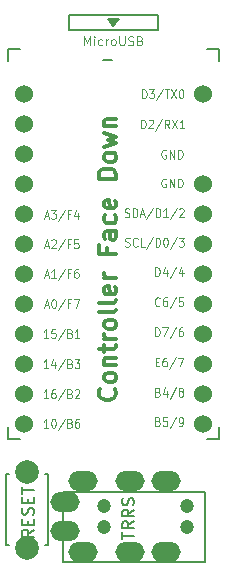
<source format=gto>
G04 #@! TF.GenerationSoftware,KiCad,Pcbnew,9.0.1*
G04 #@! TF.CreationDate,2025-05-14T21:28:53+02:00*
G04 #@! TF.ProjectId,ferris-sweep-compact,66657272-6973-42d7-9377-6565702d636f,0.1*
G04 #@! TF.SameCoordinates,Original*
G04 #@! TF.FileFunction,Legend,Top*
G04 #@! TF.FilePolarity,Positive*
%FSLAX46Y46*%
G04 Gerber Fmt 4.6, Leading zero omitted, Abs format (unit mm)*
G04 Created by KiCad (PCBNEW 9.0.1) date 2025-05-14 21:28:53*
%MOMM*%
%LPD*%
G01*
G04 APERTURE LIST*
%ADD10C,0.300000*%
%ADD11C,0.120000*%
%ADD12C,0.125000*%
%ADD13C,0.150000*%
%ADD14C,1.524000*%
%ADD15C,2.000000*%
%ADD16C,1.200000*%
%ADD17O,2.500000X1.700000*%
G04 APERTURE END LIST*
D10*
X134393471Y-67387999D02*
X134464900Y-67459427D01*
X134464900Y-67459427D02*
X134536328Y-67673713D01*
X134536328Y-67673713D02*
X134536328Y-67816570D01*
X134536328Y-67816570D02*
X134464900Y-68030856D01*
X134464900Y-68030856D02*
X134322042Y-68173713D01*
X134322042Y-68173713D02*
X134179185Y-68245142D01*
X134179185Y-68245142D02*
X133893471Y-68316570D01*
X133893471Y-68316570D02*
X133679185Y-68316570D01*
X133679185Y-68316570D02*
X133393471Y-68245142D01*
X133393471Y-68245142D02*
X133250614Y-68173713D01*
X133250614Y-68173713D02*
X133107757Y-68030856D01*
X133107757Y-68030856D02*
X133036328Y-67816570D01*
X133036328Y-67816570D02*
X133036328Y-67673713D01*
X133036328Y-67673713D02*
X133107757Y-67459427D01*
X133107757Y-67459427D02*
X133179185Y-67387999D01*
X134536328Y-66530856D02*
X134464900Y-66673713D01*
X134464900Y-66673713D02*
X134393471Y-66745142D01*
X134393471Y-66745142D02*
X134250614Y-66816570D01*
X134250614Y-66816570D02*
X133822042Y-66816570D01*
X133822042Y-66816570D02*
X133679185Y-66745142D01*
X133679185Y-66745142D02*
X133607757Y-66673713D01*
X133607757Y-66673713D02*
X133536328Y-66530856D01*
X133536328Y-66530856D02*
X133536328Y-66316570D01*
X133536328Y-66316570D02*
X133607757Y-66173713D01*
X133607757Y-66173713D02*
X133679185Y-66102285D01*
X133679185Y-66102285D02*
X133822042Y-66030856D01*
X133822042Y-66030856D02*
X134250614Y-66030856D01*
X134250614Y-66030856D02*
X134393471Y-66102285D01*
X134393471Y-66102285D02*
X134464900Y-66173713D01*
X134464900Y-66173713D02*
X134536328Y-66316570D01*
X134536328Y-66316570D02*
X134536328Y-66530856D01*
X133536328Y-65387999D02*
X134536328Y-65387999D01*
X133679185Y-65387999D02*
X133607757Y-65316570D01*
X133607757Y-65316570D02*
X133536328Y-65173713D01*
X133536328Y-65173713D02*
X133536328Y-64959427D01*
X133536328Y-64959427D02*
X133607757Y-64816570D01*
X133607757Y-64816570D02*
X133750614Y-64745142D01*
X133750614Y-64745142D02*
X134536328Y-64745142D01*
X133536328Y-64245141D02*
X133536328Y-63673713D01*
X133036328Y-64030856D02*
X134322042Y-64030856D01*
X134322042Y-64030856D02*
X134464900Y-63959427D01*
X134464900Y-63959427D02*
X134536328Y-63816570D01*
X134536328Y-63816570D02*
X134536328Y-63673713D01*
X134536328Y-63173713D02*
X133536328Y-63173713D01*
X133822042Y-63173713D02*
X133679185Y-63102284D01*
X133679185Y-63102284D02*
X133607757Y-63030856D01*
X133607757Y-63030856D02*
X133536328Y-62887998D01*
X133536328Y-62887998D02*
X133536328Y-62745141D01*
X134536328Y-62030856D02*
X134464900Y-62173713D01*
X134464900Y-62173713D02*
X134393471Y-62245142D01*
X134393471Y-62245142D02*
X134250614Y-62316570D01*
X134250614Y-62316570D02*
X133822042Y-62316570D01*
X133822042Y-62316570D02*
X133679185Y-62245142D01*
X133679185Y-62245142D02*
X133607757Y-62173713D01*
X133607757Y-62173713D02*
X133536328Y-62030856D01*
X133536328Y-62030856D02*
X133536328Y-61816570D01*
X133536328Y-61816570D02*
X133607757Y-61673713D01*
X133607757Y-61673713D02*
X133679185Y-61602285D01*
X133679185Y-61602285D02*
X133822042Y-61530856D01*
X133822042Y-61530856D02*
X134250614Y-61530856D01*
X134250614Y-61530856D02*
X134393471Y-61602285D01*
X134393471Y-61602285D02*
X134464900Y-61673713D01*
X134464900Y-61673713D02*
X134536328Y-61816570D01*
X134536328Y-61816570D02*
X134536328Y-62030856D01*
X134536328Y-60673713D02*
X134464900Y-60816570D01*
X134464900Y-60816570D02*
X134322042Y-60887999D01*
X134322042Y-60887999D02*
X133036328Y-60887999D01*
X134536328Y-59887999D02*
X134464900Y-60030856D01*
X134464900Y-60030856D02*
X134322042Y-60102285D01*
X134322042Y-60102285D02*
X133036328Y-60102285D01*
X134464900Y-58745142D02*
X134536328Y-58887999D01*
X134536328Y-58887999D02*
X134536328Y-59173714D01*
X134536328Y-59173714D02*
X134464900Y-59316571D01*
X134464900Y-59316571D02*
X134322042Y-59387999D01*
X134322042Y-59387999D02*
X133750614Y-59387999D01*
X133750614Y-59387999D02*
X133607757Y-59316571D01*
X133607757Y-59316571D02*
X133536328Y-59173714D01*
X133536328Y-59173714D02*
X133536328Y-58887999D01*
X133536328Y-58887999D02*
X133607757Y-58745142D01*
X133607757Y-58745142D02*
X133750614Y-58673714D01*
X133750614Y-58673714D02*
X133893471Y-58673714D01*
X133893471Y-58673714D02*
X134036328Y-59387999D01*
X134536328Y-58030857D02*
X133536328Y-58030857D01*
X133822042Y-58030857D02*
X133679185Y-57959428D01*
X133679185Y-57959428D02*
X133607757Y-57888000D01*
X133607757Y-57888000D02*
X133536328Y-57745142D01*
X133536328Y-57745142D02*
X133536328Y-57602285D01*
X133750614Y-55459429D02*
X133750614Y-55959429D01*
X134536328Y-55959429D02*
X133036328Y-55959429D01*
X133036328Y-55959429D02*
X133036328Y-55245143D01*
X134536328Y-54030858D02*
X133750614Y-54030858D01*
X133750614Y-54030858D02*
X133607757Y-54102286D01*
X133607757Y-54102286D02*
X133536328Y-54245143D01*
X133536328Y-54245143D02*
X133536328Y-54530858D01*
X133536328Y-54530858D02*
X133607757Y-54673715D01*
X134464900Y-54030858D02*
X134536328Y-54173715D01*
X134536328Y-54173715D02*
X134536328Y-54530858D01*
X134536328Y-54530858D02*
X134464900Y-54673715D01*
X134464900Y-54673715D02*
X134322042Y-54745143D01*
X134322042Y-54745143D02*
X134179185Y-54745143D01*
X134179185Y-54745143D02*
X134036328Y-54673715D01*
X134036328Y-54673715D02*
X133964900Y-54530858D01*
X133964900Y-54530858D02*
X133964900Y-54173715D01*
X133964900Y-54173715D02*
X133893471Y-54030858D01*
X134464900Y-52673715D02*
X134536328Y-52816572D01*
X134536328Y-52816572D02*
X134536328Y-53102286D01*
X134536328Y-53102286D02*
X134464900Y-53245143D01*
X134464900Y-53245143D02*
X134393471Y-53316572D01*
X134393471Y-53316572D02*
X134250614Y-53388000D01*
X134250614Y-53388000D02*
X133822042Y-53388000D01*
X133822042Y-53388000D02*
X133679185Y-53316572D01*
X133679185Y-53316572D02*
X133607757Y-53245143D01*
X133607757Y-53245143D02*
X133536328Y-53102286D01*
X133536328Y-53102286D02*
X133536328Y-52816572D01*
X133536328Y-52816572D02*
X133607757Y-52673715D01*
X134464900Y-51459429D02*
X134536328Y-51602286D01*
X134536328Y-51602286D02*
X134536328Y-51888001D01*
X134536328Y-51888001D02*
X134464900Y-52030858D01*
X134464900Y-52030858D02*
X134322042Y-52102286D01*
X134322042Y-52102286D02*
X133750614Y-52102286D01*
X133750614Y-52102286D02*
X133607757Y-52030858D01*
X133607757Y-52030858D02*
X133536328Y-51888001D01*
X133536328Y-51888001D02*
X133536328Y-51602286D01*
X133536328Y-51602286D02*
X133607757Y-51459429D01*
X133607757Y-51459429D02*
X133750614Y-51388001D01*
X133750614Y-51388001D02*
X133893471Y-51388001D01*
X133893471Y-51388001D02*
X134036328Y-52102286D01*
X134536328Y-49602287D02*
X133036328Y-49602287D01*
X133036328Y-49602287D02*
X133036328Y-49245144D01*
X133036328Y-49245144D02*
X133107757Y-49030858D01*
X133107757Y-49030858D02*
X133250614Y-48888001D01*
X133250614Y-48888001D02*
X133393471Y-48816572D01*
X133393471Y-48816572D02*
X133679185Y-48745144D01*
X133679185Y-48745144D02*
X133893471Y-48745144D01*
X133893471Y-48745144D02*
X134179185Y-48816572D01*
X134179185Y-48816572D02*
X134322042Y-48888001D01*
X134322042Y-48888001D02*
X134464900Y-49030858D01*
X134464900Y-49030858D02*
X134536328Y-49245144D01*
X134536328Y-49245144D02*
X134536328Y-49602287D01*
X134536328Y-47888001D02*
X134464900Y-48030858D01*
X134464900Y-48030858D02*
X134393471Y-48102287D01*
X134393471Y-48102287D02*
X134250614Y-48173715D01*
X134250614Y-48173715D02*
X133822042Y-48173715D01*
X133822042Y-48173715D02*
X133679185Y-48102287D01*
X133679185Y-48102287D02*
X133607757Y-48030858D01*
X133607757Y-48030858D02*
X133536328Y-47888001D01*
X133536328Y-47888001D02*
X133536328Y-47673715D01*
X133536328Y-47673715D02*
X133607757Y-47530858D01*
X133607757Y-47530858D02*
X133679185Y-47459430D01*
X133679185Y-47459430D02*
X133822042Y-47388001D01*
X133822042Y-47388001D02*
X134250614Y-47388001D01*
X134250614Y-47388001D02*
X134393471Y-47459430D01*
X134393471Y-47459430D02*
X134464900Y-47530858D01*
X134464900Y-47530858D02*
X134536328Y-47673715D01*
X134536328Y-47673715D02*
X134536328Y-47888001D01*
X133536328Y-46888001D02*
X134536328Y-46602287D01*
X134536328Y-46602287D02*
X133822042Y-46316572D01*
X133822042Y-46316572D02*
X134536328Y-46030858D01*
X134536328Y-46030858D02*
X133536328Y-45745144D01*
X133536328Y-45173715D02*
X134536328Y-45173715D01*
X133679185Y-45173715D02*
X133607757Y-45102286D01*
X133607757Y-45102286D02*
X133536328Y-44959429D01*
X133536328Y-44959429D02*
X133536328Y-44745143D01*
X133536328Y-44745143D02*
X133607757Y-44602286D01*
X133607757Y-44602286D02*
X133750614Y-44530858D01*
X133750614Y-44530858D02*
X134536328Y-44530858D01*
D11*
X131803571Y-38290724D02*
X131803571Y-37540724D01*
X131803571Y-37540724D02*
X132053571Y-38076438D01*
X132053571Y-38076438D02*
X132303571Y-37540724D01*
X132303571Y-37540724D02*
X132303571Y-38290724D01*
X132660714Y-38290724D02*
X132660714Y-37790724D01*
X132660714Y-37540724D02*
X132625000Y-37576438D01*
X132625000Y-37576438D02*
X132660714Y-37612152D01*
X132660714Y-37612152D02*
X132696428Y-37576438D01*
X132696428Y-37576438D02*
X132660714Y-37540724D01*
X132660714Y-37540724D02*
X132660714Y-37612152D01*
X133339286Y-38255010D02*
X133267857Y-38290724D01*
X133267857Y-38290724D02*
X133125000Y-38290724D01*
X133125000Y-38290724D02*
X133053571Y-38255010D01*
X133053571Y-38255010D02*
X133017857Y-38219295D01*
X133017857Y-38219295D02*
X132982143Y-38147867D01*
X132982143Y-38147867D02*
X132982143Y-37933581D01*
X132982143Y-37933581D02*
X133017857Y-37862152D01*
X133017857Y-37862152D02*
X133053571Y-37826438D01*
X133053571Y-37826438D02*
X133125000Y-37790724D01*
X133125000Y-37790724D02*
X133267857Y-37790724D01*
X133267857Y-37790724D02*
X133339286Y-37826438D01*
X133660714Y-38290724D02*
X133660714Y-37790724D01*
X133660714Y-37933581D02*
X133696428Y-37862152D01*
X133696428Y-37862152D02*
X133732143Y-37826438D01*
X133732143Y-37826438D02*
X133803571Y-37790724D01*
X133803571Y-37790724D02*
X133875000Y-37790724D01*
X134232143Y-38290724D02*
X134160714Y-38255010D01*
X134160714Y-38255010D02*
X134125000Y-38219295D01*
X134125000Y-38219295D02*
X134089286Y-38147867D01*
X134089286Y-38147867D02*
X134089286Y-37933581D01*
X134089286Y-37933581D02*
X134125000Y-37862152D01*
X134125000Y-37862152D02*
X134160714Y-37826438D01*
X134160714Y-37826438D02*
X134232143Y-37790724D01*
X134232143Y-37790724D02*
X134339286Y-37790724D01*
X134339286Y-37790724D02*
X134410714Y-37826438D01*
X134410714Y-37826438D02*
X134446429Y-37862152D01*
X134446429Y-37862152D02*
X134482143Y-37933581D01*
X134482143Y-37933581D02*
X134482143Y-38147867D01*
X134482143Y-38147867D02*
X134446429Y-38219295D01*
X134446429Y-38219295D02*
X134410714Y-38255010D01*
X134410714Y-38255010D02*
X134339286Y-38290724D01*
X134339286Y-38290724D02*
X134232143Y-38290724D01*
X134803571Y-37540724D02*
X134803571Y-38147867D01*
X134803571Y-38147867D02*
X134839285Y-38219295D01*
X134839285Y-38219295D02*
X134875000Y-38255010D01*
X134875000Y-38255010D02*
X134946428Y-38290724D01*
X134946428Y-38290724D02*
X135089285Y-38290724D01*
X135089285Y-38290724D02*
X135160714Y-38255010D01*
X135160714Y-38255010D02*
X135196428Y-38219295D01*
X135196428Y-38219295D02*
X135232142Y-38147867D01*
X135232142Y-38147867D02*
X135232142Y-37540724D01*
X135553571Y-38255010D02*
X135660714Y-38290724D01*
X135660714Y-38290724D02*
X135839285Y-38290724D01*
X135839285Y-38290724D02*
X135910714Y-38255010D01*
X135910714Y-38255010D02*
X135946428Y-38219295D01*
X135946428Y-38219295D02*
X135982142Y-38147867D01*
X135982142Y-38147867D02*
X135982142Y-38076438D01*
X135982142Y-38076438D02*
X135946428Y-38005010D01*
X135946428Y-38005010D02*
X135910714Y-37969295D01*
X135910714Y-37969295D02*
X135839285Y-37933581D01*
X135839285Y-37933581D02*
X135696428Y-37897867D01*
X135696428Y-37897867D02*
X135624999Y-37862152D01*
X135624999Y-37862152D02*
X135589285Y-37826438D01*
X135589285Y-37826438D02*
X135553571Y-37755010D01*
X135553571Y-37755010D02*
X135553571Y-37683581D01*
X135553571Y-37683581D02*
X135589285Y-37612152D01*
X135589285Y-37612152D02*
X135624999Y-37576438D01*
X135624999Y-37576438D02*
X135696428Y-37540724D01*
X135696428Y-37540724D02*
X135874999Y-37540724D01*
X135874999Y-37540724D02*
X135982142Y-37576438D01*
X136553571Y-37897867D02*
X136660714Y-37933581D01*
X136660714Y-37933581D02*
X136696428Y-37969295D01*
X136696428Y-37969295D02*
X136732142Y-38040724D01*
X136732142Y-38040724D02*
X136732142Y-38147867D01*
X136732142Y-38147867D02*
X136696428Y-38219295D01*
X136696428Y-38219295D02*
X136660714Y-38255010D01*
X136660714Y-38255010D02*
X136589285Y-38290724D01*
X136589285Y-38290724D02*
X136303571Y-38290724D01*
X136303571Y-38290724D02*
X136303571Y-37540724D01*
X136303571Y-37540724D02*
X136553571Y-37540724D01*
X136553571Y-37540724D02*
X136625000Y-37576438D01*
X136625000Y-37576438D02*
X136660714Y-37612152D01*
X136660714Y-37612152D02*
X136696428Y-37683581D01*
X136696428Y-37683581D02*
X136696428Y-37755010D01*
X136696428Y-37755010D02*
X136660714Y-37826438D01*
X136660714Y-37826438D02*
X136625000Y-37862152D01*
X136625000Y-37862152D02*
X136553571Y-37897867D01*
X136553571Y-37897867D02*
X136303571Y-37897867D01*
D12*
X138063810Y-67647607D02*
X138159524Y-67683321D01*
X138159524Y-67683321D02*
X138191429Y-67719035D01*
X138191429Y-67719035D02*
X138223333Y-67790464D01*
X138223333Y-67790464D02*
X138223333Y-67897607D01*
X138223333Y-67897607D02*
X138191429Y-67969035D01*
X138191429Y-67969035D02*
X138159524Y-68004750D01*
X138159524Y-68004750D02*
X138095714Y-68040464D01*
X138095714Y-68040464D02*
X137840476Y-68040464D01*
X137840476Y-68040464D02*
X137840476Y-67290464D01*
X137840476Y-67290464D02*
X138063810Y-67290464D01*
X138063810Y-67290464D02*
X138127619Y-67326178D01*
X138127619Y-67326178D02*
X138159524Y-67361892D01*
X138159524Y-67361892D02*
X138191429Y-67433321D01*
X138191429Y-67433321D02*
X138191429Y-67504750D01*
X138191429Y-67504750D02*
X138159524Y-67576178D01*
X138159524Y-67576178D02*
X138127619Y-67611892D01*
X138127619Y-67611892D02*
X138063810Y-67647607D01*
X138063810Y-67647607D02*
X137840476Y-67647607D01*
X138797619Y-67540464D02*
X138797619Y-68040464D01*
X138638095Y-67254750D02*
X138478572Y-67790464D01*
X138478572Y-67790464D02*
X138893333Y-67790464D01*
X139627143Y-67254750D02*
X139052857Y-68219035D01*
X139946191Y-67611892D02*
X139882381Y-67576178D01*
X139882381Y-67576178D02*
X139850476Y-67540464D01*
X139850476Y-67540464D02*
X139818572Y-67469035D01*
X139818572Y-67469035D02*
X139818572Y-67433321D01*
X139818572Y-67433321D02*
X139850476Y-67361892D01*
X139850476Y-67361892D02*
X139882381Y-67326178D01*
X139882381Y-67326178D02*
X139946191Y-67290464D01*
X139946191Y-67290464D02*
X140073810Y-67290464D01*
X140073810Y-67290464D02*
X140137619Y-67326178D01*
X140137619Y-67326178D02*
X140169524Y-67361892D01*
X140169524Y-67361892D02*
X140201429Y-67433321D01*
X140201429Y-67433321D02*
X140201429Y-67469035D01*
X140201429Y-67469035D02*
X140169524Y-67540464D01*
X140169524Y-67540464D02*
X140137619Y-67576178D01*
X140137619Y-67576178D02*
X140073810Y-67611892D01*
X140073810Y-67611892D02*
X139946191Y-67611892D01*
X139946191Y-67611892D02*
X139882381Y-67647607D01*
X139882381Y-67647607D02*
X139850476Y-67683321D01*
X139850476Y-67683321D02*
X139818572Y-67754750D01*
X139818572Y-67754750D02*
X139818572Y-67897607D01*
X139818572Y-67897607D02*
X139850476Y-67969035D01*
X139850476Y-67969035D02*
X139882381Y-68004750D01*
X139882381Y-68004750D02*
X139946191Y-68040464D01*
X139946191Y-68040464D02*
X140073810Y-68040464D01*
X140073810Y-68040464D02*
X140137619Y-68004750D01*
X140137619Y-68004750D02*
X140169524Y-67969035D01*
X140169524Y-67969035D02*
X140201429Y-67897607D01*
X140201429Y-67897607D02*
X140201429Y-67754750D01*
X140201429Y-67754750D02*
X140169524Y-67683321D01*
X140169524Y-67683321D02*
X140137619Y-67647607D01*
X140137619Y-67647607D02*
X140073810Y-67611892D01*
X136636428Y-45340464D02*
X136636428Y-44590464D01*
X136636428Y-44590464D02*
X136795952Y-44590464D01*
X136795952Y-44590464D02*
X136891666Y-44626178D01*
X136891666Y-44626178D02*
X136955476Y-44697607D01*
X136955476Y-44697607D02*
X136987381Y-44769035D01*
X136987381Y-44769035D02*
X137019285Y-44911892D01*
X137019285Y-44911892D02*
X137019285Y-45019035D01*
X137019285Y-45019035D02*
X136987381Y-45161892D01*
X136987381Y-45161892D02*
X136955476Y-45233321D01*
X136955476Y-45233321D02*
X136891666Y-45304750D01*
X136891666Y-45304750D02*
X136795952Y-45340464D01*
X136795952Y-45340464D02*
X136636428Y-45340464D01*
X137274524Y-44661892D02*
X137306428Y-44626178D01*
X137306428Y-44626178D02*
X137370238Y-44590464D01*
X137370238Y-44590464D02*
X137529762Y-44590464D01*
X137529762Y-44590464D02*
X137593571Y-44626178D01*
X137593571Y-44626178D02*
X137625476Y-44661892D01*
X137625476Y-44661892D02*
X137657381Y-44733321D01*
X137657381Y-44733321D02*
X137657381Y-44804750D01*
X137657381Y-44804750D02*
X137625476Y-44911892D01*
X137625476Y-44911892D02*
X137242619Y-45340464D01*
X137242619Y-45340464D02*
X137657381Y-45340464D01*
X138423095Y-44554750D02*
X137848809Y-45519035D01*
X139029285Y-45340464D02*
X138805952Y-44983321D01*
X138646428Y-45340464D02*
X138646428Y-44590464D01*
X138646428Y-44590464D02*
X138901666Y-44590464D01*
X138901666Y-44590464D02*
X138965476Y-44626178D01*
X138965476Y-44626178D02*
X138997381Y-44661892D01*
X138997381Y-44661892D02*
X139029285Y-44733321D01*
X139029285Y-44733321D02*
X139029285Y-44840464D01*
X139029285Y-44840464D02*
X138997381Y-44911892D01*
X138997381Y-44911892D02*
X138965476Y-44947607D01*
X138965476Y-44947607D02*
X138901666Y-44983321D01*
X138901666Y-44983321D02*
X138646428Y-44983321D01*
X139252619Y-44590464D02*
X139699285Y-45340464D01*
X139699285Y-44590464D02*
X139252619Y-45340464D01*
X140305476Y-45340464D02*
X139922619Y-45340464D01*
X140114047Y-45340464D02*
X140114047Y-44590464D01*
X140114047Y-44590464D02*
X140050238Y-44697607D01*
X140050238Y-44697607D02*
X139986428Y-44769035D01*
X139986428Y-44769035D02*
X139922619Y-44804750D01*
X138063810Y-70147607D02*
X138159524Y-70183321D01*
X138159524Y-70183321D02*
X138191429Y-70219035D01*
X138191429Y-70219035D02*
X138223333Y-70290464D01*
X138223333Y-70290464D02*
X138223333Y-70397607D01*
X138223333Y-70397607D02*
X138191429Y-70469035D01*
X138191429Y-70469035D02*
X138159524Y-70504750D01*
X138159524Y-70504750D02*
X138095714Y-70540464D01*
X138095714Y-70540464D02*
X137840476Y-70540464D01*
X137840476Y-70540464D02*
X137840476Y-69790464D01*
X137840476Y-69790464D02*
X138063810Y-69790464D01*
X138063810Y-69790464D02*
X138127619Y-69826178D01*
X138127619Y-69826178D02*
X138159524Y-69861892D01*
X138159524Y-69861892D02*
X138191429Y-69933321D01*
X138191429Y-69933321D02*
X138191429Y-70004750D01*
X138191429Y-70004750D02*
X138159524Y-70076178D01*
X138159524Y-70076178D02*
X138127619Y-70111892D01*
X138127619Y-70111892D02*
X138063810Y-70147607D01*
X138063810Y-70147607D02*
X137840476Y-70147607D01*
X138829524Y-69790464D02*
X138510476Y-69790464D01*
X138510476Y-69790464D02*
X138478572Y-70147607D01*
X138478572Y-70147607D02*
X138510476Y-70111892D01*
X138510476Y-70111892D02*
X138574286Y-70076178D01*
X138574286Y-70076178D02*
X138733810Y-70076178D01*
X138733810Y-70076178D02*
X138797619Y-70111892D01*
X138797619Y-70111892D02*
X138829524Y-70147607D01*
X138829524Y-70147607D02*
X138861429Y-70219035D01*
X138861429Y-70219035D02*
X138861429Y-70397607D01*
X138861429Y-70397607D02*
X138829524Y-70469035D01*
X138829524Y-70469035D02*
X138797619Y-70504750D01*
X138797619Y-70504750D02*
X138733810Y-70540464D01*
X138733810Y-70540464D02*
X138574286Y-70540464D01*
X138574286Y-70540464D02*
X138510476Y-70504750D01*
X138510476Y-70504750D02*
X138478572Y-70469035D01*
X139627143Y-69754750D02*
X139052857Y-70719035D01*
X139882381Y-70540464D02*
X140010000Y-70540464D01*
X140010000Y-70540464D02*
X140073810Y-70504750D01*
X140073810Y-70504750D02*
X140105714Y-70469035D01*
X140105714Y-70469035D02*
X140169524Y-70361892D01*
X140169524Y-70361892D02*
X140201429Y-70219035D01*
X140201429Y-70219035D02*
X140201429Y-69933321D01*
X140201429Y-69933321D02*
X140169524Y-69861892D01*
X140169524Y-69861892D02*
X140137619Y-69826178D01*
X140137619Y-69826178D02*
X140073810Y-69790464D01*
X140073810Y-69790464D02*
X139946191Y-69790464D01*
X139946191Y-69790464D02*
X139882381Y-69826178D01*
X139882381Y-69826178D02*
X139850476Y-69861892D01*
X139850476Y-69861892D02*
X139818572Y-69933321D01*
X139818572Y-69933321D02*
X139818572Y-70111892D01*
X139818572Y-70111892D02*
X139850476Y-70183321D01*
X139850476Y-70183321D02*
X139882381Y-70219035D01*
X139882381Y-70219035D02*
X139946191Y-70254750D01*
X139946191Y-70254750D02*
X140073810Y-70254750D01*
X140073810Y-70254750D02*
X140137619Y-70219035D01*
X140137619Y-70219035D02*
X140169524Y-70183321D01*
X140169524Y-70183321D02*
X140201429Y-70111892D01*
X138223333Y-60319035D02*
X138191429Y-60354750D01*
X138191429Y-60354750D02*
X138095714Y-60390464D01*
X138095714Y-60390464D02*
X138031905Y-60390464D01*
X138031905Y-60390464D02*
X137936191Y-60354750D01*
X137936191Y-60354750D02*
X137872381Y-60283321D01*
X137872381Y-60283321D02*
X137840476Y-60211892D01*
X137840476Y-60211892D02*
X137808572Y-60069035D01*
X137808572Y-60069035D02*
X137808572Y-59961892D01*
X137808572Y-59961892D02*
X137840476Y-59819035D01*
X137840476Y-59819035D02*
X137872381Y-59747607D01*
X137872381Y-59747607D02*
X137936191Y-59676178D01*
X137936191Y-59676178D02*
X138031905Y-59640464D01*
X138031905Y-59640464D02*
X138095714Y-59640464D01*
X138095714Y-59640464D02*
X138191429Y-59676178D01*
X138191429Y-59676178D02*
X138223333Y-59711892D01*
X138797619Y-59640464D02*
X138670000Y-59640464D01*
X138670000Y-59640464D02*
X138606191Y-59676178D01*
X138606191Y-59676178D02*
X138574286Y-59711892D01*
X138574286Y-59711892D02*
X138510476Y-59819035D01*
X138510476Y-59819035D02*
X138478572Y-59961892D01*
X138478572Y-59961892D02*
X138478572Y-60247607D01*
X138478572Y-60247607D02*
X138510476Y-60319035D01*
X138510476Y-60319035D02*
X138542381Y-60354750D01*
X138542381Y-60354750D02*
X138606191Y-60390464D01*
X138606191Y-60390464D02*
X138733810Y-60390464D01*
X138733810Y-60390464D02*
X138797619Y-60354750D01*
X138797619Y-60354750D02*
X138829524Y-60319035D01*
X138829524Y-60319035D02*
X138861429Y-60247607D01*
X138861429Y-60247607D02*
X138861429Y-60069035D01*
X138861429Y-60069035D02*
X138829524Y-59997607D01*
X138829524Y-59997607D02*
X138797619Y-59961892D01*
X138797619Y-59961892D02*
X138733810Y-59926178D01*
X138733810Y-59926178D02*
X138606191Y-59926178D01*
X138606191Y-59926178D02*
X138542381Y-59961892D01*
X138542381Y-59961892D02*
X138510476Y-59997607D01*
X138510476Y-59997607D02*
X138478572Y-60069035D01*
X139627143Y-59604750D02*
X139052857Y-60569035D01*
X140169524Y-59640464D02*
X139850476Y-59640464D01*
X139850476Y-59640464D02*
X139818572Y-59997607D01*
X139818572Y-59997607D02*
X139850476Y-59961892D01*
X139850476Y-59961892D02*
X139914286Y-59926178D01*
X139914286Y-59926178D02*
X140073810Y-59926178D01*
X140073810Y-59926178D02*
X140137619Y-59961892D01*
X140137619Y-59961892D02*
X140169524Y-59997607D01*
X140169524Y-59997607D02*
X140201429Y-60069035D01*
X140201429Y-60069035D02*
X140201429Y-60247607D01*
X140201429Y-60247607D02*
X140169524Y-60319035D01*
X140169524Y-60319035D02*
X140137619Y-60354750D01*
X140137619Y-60354750D02*
X140073810Y-60390464D01*
X140073810Y-60390464D02*
X139914286Y-60390464D01*
X139914286Y-60390464D02*
X139850476Y-60354750D01*
X139850476Y-60354750D02*
X139818572Y-60319035D01*
X135282381Y-55304750D02*
X135378095Y-55340464D01*
X135378095Y-55340464D02*
X135537619Y-55340464D01*
X135537619Y-55340464D02*
X135601428Y-55304750D01*
X135601428Y-55304750D02*
X135633333Y-55269035D01*
X135633333Y-55269035D02*
X135665238Y-55197607D01*
X135665238Y-55197607D02*
X135665238Y-55126178D01*
X135665238Y-55126178D02*
X135633333Y-55054750D01*
X135633333Y-55054750D02*
X135601428Y-55019035D01*
X135601428Y-55019035D02*
X135537619Y-54983321D01*
X135537619Y-54983321D02*
X135410000Y-54947607D01*
X135410000Y-54947607D02*
X135346190Y-54911892D01*
X135346190Y-54911892D02*
X135314285Y-54876178D01*
X135314285Y-54876178D02*
X135282381Y-54804750D01*
X135282381Y-54804750D02*
X135282381Y-54733321D01*
X135282381Y-54733321D02*
X135314285Y-54661892D01*
X135314285Y-54661892D02*
X135346190Y-54626178D01*
X135346190Y-54626178D02*
X135410000Y-54590464D01*
X135410000Y-54590464D02*
X135569523Y-54590464D01*
X135569523Y-54590464D02*
X135665238Y-54626178D01*
X136335237Y-55269035D02*
X136303333Y-55304750D01*
X136303333Y-55304750D02*
X136207618Y-55340464D01*
X136207618Y-55340464D02*
X136143809Y-55340464D01*
X136143809Y-55340464D02*
X136048095Y-55304750D01*
X136048095Y-55304750D02*
X135984285Y-55233321D01*
X135984285Y-55233321D02*
X135952380Y-55161892D01*
X135952380Y-55161892D02*
X135920476Y-55019035D01*
X135920476Y-55019035D02*
X135920476Y-54911892D01*
X135920476Y-54911892D02*
X135952380Y-54769035D01*
X135952380Y-54769035D02*
X135984285Y-54697607D01*
X135984285Y-54697607D02*
X136048095Y-54626178D01*
X136048095Y-54626178D02*
X136143809Y-54590464D01*
X136143809Y-54590464D02*
X136207618Y-54590464D01*
X136207618Y-54590464D02*
X136303333Y-54626178D01*
X136303333Y-54626178D02*
X136335237Y-54661892D01*
X136941428Y-55340464D02*
X136622380Y-55340464D01*
X136622380Y-55340464D02*
X136622380Y-54590464D01*
X137643333Y-54554750D02*
X137069047Y-55519035D01*
X137866666Y-55340464D02*
X137866666Y-54590464D01*
X137866666Y-54590464D02*
X138026190Y-54590464D01*
X138026190Y-54590464D02*
X138121904Y-54626178D01*
X138121904Y-54626178D02*
X138185714Y-54697607D01*
X138185714Y-54697607D02*
X138217619Y-54769035D01*
X138217619Y-54769035D02*
X138249523Y-54911892D01*
X138249523Y-54911892D02*
X138249523Y-55019035D01*
X138249523Y-55019035D02*
X138217619Y-55161892D01*
X138217619Y-55161892D02*
X138185714Y-55233321D01*
X138185714Y-55233321D02*
X138121904Y-55304750D01*
X138121904Y-55304750D02*
X138026190Y-55340464D01*
X138026190Y-55340464D02*
X137866666Y-55340464D01*
X138664285Y-54590464D02*
X138728095Y-54590464D01*
X138728095Y-54590464D02*
X138791904Y-54626178D01*
X138791904Y-54626178D02*
X138823809Y-54661892D01*
X138823809Y-54661892D02*
X138855714Y-54733321D01*
X138855714Y-54733321D02*
X138887619Y-54876178D01*
X138887619Y-54876178D02*
X138887619Y-55054750D01*
X138887619Y-55054750D02*
X138855714Y-55197607D01*
X138855714Y-55197607D02*
X138823809Y-55269035D01*
X138823809Y-55269035D02*
X138791904Y-55304750D01*
X138791904Y-55304750D02*
X138728095Y-55340464D01*
X138728095Y-55340464D02*
X138664285Y-55340464D01*
X138664285Y-55340464D02*
X138600476Y-55304750D01*
X138600476Y-55304750D02*
X138568571Y-55269035D01*
X138568571Y-55269035D02*
X138536666Y-55197607D01*
X138536666Y-55197607D02*
X138504762Y-55054750D01*
X138504762Y-55054750D02*
X138504762Y-54876178D01*
X138504762Y-54876178D02*
X138536666Y-54733321D01*
X138536666Y-54733321D02*
X138568571Y-54661892D01*
X138568571Y-54661892D02*
X138600476Y-54626178D01*
X138600476Y-54626178D02*
X138664285Y-54590464D01*
X139653333Y-54554750D02*
X139079047Y-55519035D01*
X139812857Y-54590464D02*
X140227619Y-54590464D01*
X140227619Y-54590464D02*
X140004285Y-54876178D01*
X140004285Y-54876178D02*
X140100000Y-54876178D01*
X140100000Y-54876178D02*
X140163809Y-54911892D01*
X140163809Y-54911892D02*
X140195714Y-54947607D01*
X140195714Y-54947607D02*
X140227619Y-55019035D01*
X140227619Y-55019035D02*
X140227619Y-55197607D01*
X140227619Y-55197607D02*
X140195714Y-55269035D01*
X140195714Y-55269035D02*
X140163809Y-55304750D01*
X140163809Y-55304750D02*
X140100000Y-55340464D01*
X140100000Y-55340464D02*
X139908571Y-55340464D01*
X139908571Y-55340464D02*
X139844762Y-55304750D01*
X139844762Y-55304750D02*
X139812857Y-55269035D01*
X135266429Y-52804750D02*
X135362143Y-52840464D01*
X135362143Y-52840464D02*
X135521667Y-52840464D01*
X135521667Y-52840464D02*
X135585476Y-52804750D01*
X135585476Y-52804750D02*
X135617381Y-52769035D01*
X135617381Y-52769035D02*
X135649286Y-52697607D01*
X135649286Y-52697607D02*
X135649286Y-52626178D01*
X135649286Y-52626178D02*
X135617381Y-52554750D01*
X135617381Y-52554750D02*
X135585476Y-52519035D01*
X135585476Y-52519035D02*
X135521667Y-52483321D01*
X135521667Y-52483321D02*
X135394048Y-52447607D01*
X135394048Y-52447607D02*
X135330238Y-52411892D01*
X135330238Y-52411892D02*
X135298333Y-52376178D01*
X135298333Y-52376178D02*
X135266429Y-52304750D01*
X135266429Y-52304750D02*
X135266429Y-52233321D01*
X135266429Y-52233321D02*
X135298333Y-52161892D01*
X135298333Y-52161892D02*
X135330238Y-52126178D01*
X135330238Y-52126178D02*
X135394048Y-52090464D01*
X135394048Y-52090464D02*
X135553571Y-52090464D01*
X135553571Y-52090464D02*
X135649286Y-52126178D01*
X135936428Y-52840464D02*
X135936428Y-52090464D01*
X135936428Y-52090464D02*
X136095952Y-52090464D01*
X136095952Y-52090464D02*
X136191666Y-52126178D01*
X136191666Y-52126178D02*
X136255476Y-52197607D01*
X136255476Y-52197607D02*
X136287381Y-52269035D01*
X136287381Y-52269035D02*
X136319285Y-52411892D01*
X136319285Y-52411892D02*
X136319285Y-52519035D01*
X136319285Y-52519035D02*
X136287381Y-52661892D01*
X136287381Y-52661892D02*
X136255476Y-52733321D01*
X136255476Y-52733321D02*
X136191666Y-52804750D01*
X136191666Y-52804750D02*
X136095952Y-52840464D01*
X136095952Y-52840464D02*
X135936428Y-52840464D01*
X136574524Y-52626178D02*
X136893571Y-52626178D01*
X136510714Y-52840464D02*
X136734047Y-52090464D01*
X136734047Y-52090464D02*
X136957381Y-52840464D01*
X137659286Y-52054750D02*
X137085000Y-53019035D01*
X137882619Y-52840464D02*
X137882619Y-52090464D01*
X137882619Y-52090464D02*
X138042143Y-52090464D01*
X138042143Y-52090464D02*
X138137857Y-52126178D01*
X138137857Y-52126178D02*
X138201667Y-52197607D01*
X138201667Y-52197607D02*
X138233572Y-52269035D01*
X138233572Y-52269035D02*
X138265476Y-52411892D01*
X138265476Y-52411892D02*
X138265476Y-52519035D01*
X138265476Y-52519035D02*
X138233572Y-52661892D01*
X138233572Y-52661892D02*
X138201667Y-52733321D01*
X138201667Y-52733321D02*
X138137857Y-52804750D01*
X138137857Y-52804750D02*
X138042143Y-52840464D01*
X138042143Y-52840464D02*
X137882619Y-52840464D01*
X138903572Y-52840464D02*
X138520715Y-52840464D01*
X138712143Y-52840464D02*
X138712143Y-52090464D01*
X138712143Y-52090464D02*
X138648334Y-52197607D01*
X138648334Y-52197607D02*
X138584524Y-52269035D01*
X138584524Y-52269035D02*
X138520715Y-52304750D01*
X139669286Y-52054750D02*
X139095000Y-53019035D01*
X139860715Y-52161892D02*
X139892619Y-52126178D01*
X139892619Y-52126178D02*
X139956429Y-52090464D01*
X139956429Y-52090464D02*
X140115953Y-52090464D01*
X140115953Y-52090464D02*
X140179762Y-52126178D01*
X140179762Y-52126178D02*
X140211667Y-52161892D01*
X140211667Y-52161892D02*
X140243572Y-52233321D01*
X140243572Y-52233321D02*
X140243572Y-52304750D01*
X140243572Y-52304750D02*
X140211667Y-52411892D01*
X140211667Y-52411892D02*
X139828810Y-52840464D01*
X139828810Y-52840464D02*
X140243572Y-52840464D01*
X137840476Y-57840464D02*
X137840476Y-57090464D01*
X137840476Y-57090464D02*
X138000000Y-57090464D01*
X138000000Y-57090464D02*
X138095714Y-57126178D01*
X138095714Y-57126178D02*
X138159524Y-57197607D01*
X138159524Y-57197607D02*
X138191429Y-57269035D01*
X138191429Y-57269035D02*
X138223333Y-57411892D01*
X138223333Y-57411892D02*
X138223333Y-57519035D01*
X138223333Y-57519035D02*
X138191429Y-57661892D01*
X138191429Y-57661892D02*
X138159524Y-57733321D01*
X138159524Y-57733321D02*
X138095714Y-57804750D01*
X138095714Y-57804750D02*
X138000000Y-57840464D01*
X138000000Y-57840464D02*
X137840476Y-57840464D01*
X138797619Y-57340464D02*
X138797619Y-57840464D01*
X138638095Y-57054750D02*
X138478572Y-57590464D01*
X138478572Y-57590464D02*
X138893333Y-57590464D01*
X139627143Y-57054750D02*
X139052857Y-58019035D01*
X140137619Y-57340464D02*
X140137619Y-57840464D01*
X139978095Y-57054750D02*
X139818572Y-57590464D01*
X139818572Y-57590464D02*
X140233333Y-57590464D01*
X136716190Y-42790464D02*
X136716190Y-42040464D01*
X136716190Y-42040464D02*
X136875714Y-42040464D01*
X136875714Y-42040464D02*
X136971428Y-42076178D01*
X136971428Y-42076178D02*
X137035238Y-42147607D01*
X137035238Y-42147607D02*
X137067143Y-42219035D01*
X137067143Y-42219035D02*
X137099047Y-42361892D01*
X137099047Y-42361892D02*
X137099047Y-42469035D01*
X137099047Y-42469035D02*
X137067143Y-42611892D01*
X137067143Y-42611892D02*
X137035238Y-42683321D01*
X137035238Y-42683321D02*
X136971428Y-42754750D01*
X136971428Y-42754750D02*
X136875714Y-42790464D01*
X136875714Y-42790464D02*
X136716190Y-42790464D01*
X137322381Y-42040464D02*
X137737143Y-42040464D01*
X137737143Y-42040464D02*
X137513809Y-42326178D01*
X137513809Y-42326178D02*
X137609524Y-42326178D01*
X137609524Y-42326178D02*
X137673333Y-42361892D01*
X137673333Y-42361892D02*
X137705238Y-42397607D01*
X137705238Y-42397607D02*
X137737143Y-42469035D01*
X137737143Y-42469035D02*
X137737143Y-42647607D01*
X137737143Y-42647607D02*
X137705238Y-42719035D01*
X137705238Y-42719035D02*
X137673333Y-42754750D01*
X137673333Y-42754750D02*
X137609524Y-42790464D01*
X137609524Y-42790464D02*
X137418095Y-42790464D01*
X137418095Y-42790464D02*
X137354286Y-42754750D01*
X137354286Y-42754750D02*
X137322381Y-42719035D01*
X138502857Y-42004750D02*
X137928571Y-42969035D01*
X138630476Y-42040464D02*
X139013333Y-42040464D01*
X138821905Y-42790464D02*
X138821905Y-42040464D01*
X139172857Y-42040464D02*
X139619523Y-42790464D01*
X139619523Y-42040464D02*
X139172857Y-42790464D01*
X140002380Y-42040464D02*
X140066190Y-42040464D01*
X140066190Y-42040464D02*
X140129999Y-42076178D01*
X140129999Y-42076178D02*
X140161904Y-42111892D01*
X140161904Y-42111892D02*
X140193809Y-42183321D01*
X140193809Y-42183321D02*
X140225714Y-42326178D01*
X140225714Y-42326178D02*
X140225714Y-42504750D01*
X140225714Y-42504750D02*
X140193809Y-42647607D01*
X140193809Y-42647607D02*
X140161904Y-42719035D01*
X140161904Y-42719035D02*
X140129999Y-42754750D01*
X140129999Y-42754750D02*
X140066190Y-42790464D01*
X140066190Y-42790464D02*
X140002380Y-42790464D01*
X140002380Y-42790464D02*
X139938571Y-42754750D01*
X139938571Y-42754750D02*
X139906666Y-42719035D01*
X139906666Y-42719035D02*
X139874761Y-42647607D01*
X139874761Y-42647607D02*
X139842857Y-42504750D01*
X139842857Y-42504750D02*
X139842857Y-42326178D01*
X139842857Y-42326178D02*
X139874761Y-42183321D01*
X139874761Y-42183321D02*
X139906666Y-42111892D01*
X139906666Y-42111892D02*
X139938571Y-42076178D01*
X139938571Y-42076178D02*
X140002380Y-42040464D01*
X138744524Y-49626178D02*
X138680714Y-49590464D01*
X138680714Y-49590464D02*
X138585000Y-49590464D01*
X138585000Y-49590464D02*
X138489286Y-49626178D01*
X138489286Y-49626178D02*
X138425476Y-49697607D01*
X138425476Y-49697607D02*
X138393571Y-49769035D01*
X138393571Y-49769035D02*
X138361667Y-49911892D01*
X138361667Y-49911892D02*
X138361667Y-50019035D01*
X138361667Y-50019035D02*
X138393571Y-50161892D01*
X138393571Y-50161892D02*
X138425476Y-50233321D01*
X138425476Y-50233321D02*
X138489286Y-50304750D01*
X138489286Y-50304750D02*
X138585000Y-50340464D01*
X138585000Y-50340464D02*
X138648809Y-50340464D01*
X138648809Y-50340464D02*
X138744524Y-50304750D01*
X138744524Y-50304750D02*
X138776428Y-50269035D01*
X138776428Y-50269035D02*
X138776428Y-50019035D01*
X138776428Y-50019035D02*
X138648809Y-50019035D01*
X139063571Y-50340464D02*
X139063571Y-49590464D01*
X139063571Y-49590464D02*
X139446428Y-50340464D01*
X139446428Y-50340464D02*
X139446428Y-49590464D01*
X139765476Y-50340464D02*
X139765476Y-49590464D01*
X139765476Y-49590464D02*
X139925000Y-49590464D01*
X139925000Y-49590464D02*
X140020714Y-49626178D01*
X140020714Y-49626178D02*
X140084524Y-49697607D01*
X140084524Y-49697607D02*
X140116429Y-49769035D01*
X140116429Y-49769035D02*
X140148333Y-49911892D01*
X140148333Y-49911892D02*
X140148333Y-50019035D01*
X140148333Y-50019035D02*
X140116429Y-50161892D01*
X140116429Y-50161892D02*
X140084524Y-50233321D01*
X140084524Y-50233321D02*
X140020714Y-50304750D01*
X140020714Y-50304750D02*
X139925000Y-50340464D01*
X139925000Y-50340464D02*
X139765476Y-50340464D01*
X138744524Y-47176178D02*
X138680714Y-47140464D01*
X138680714Y-47140464D02*
X138585000Y-47140464D01*
X138585000Y-47140464D02*
X138489286Y-47176178D01*
X138489286Y-47176178D02*
X138425476Y-47247607D01*
X138425476Y-47247607D02*
X138393571Y-47319035D01*
X138393571Y-47319035D02*
X138361667Y-47461892D01*
X138361667Y-47461892D02*
X138361667Y-47569035D01*
X138361667Y-47569035D02*
X138393571Y-47711892D01*
X138393571Y-47711892D02*
X138425476Y-47783321D01*
X138425476Y-47783321D02*
X138489286Y-47854750D01*
X138489286Y-47854750D02*
X138585000Y-47890464D01*
X138585000Y-47890464D02*
X138648809Y-47890464D01*
X138648809Y-47890464D02*
X138744524Y-47854750D01*
X138744524Y-47854750D02*
X138776428Y-47819035D01*
X138776428Y-47819035D02*
X138776428Y-47569035D01*
X138776428Y-47569035D02*
X138648809Y-47569035D01*
X139063571Y-47890464D02*
X139063571Y-47140464D01*
X139063571Y-47140464D02*
X139446428Y-47890464D01*
X139446428Y-47890464D02*
X139446428Y-47140464D01*
X139765476Y-47890464D02*
X139765476Y-47140464D01*
X139765476Y-47140464D02*
X139925000Y-47140464D01*
X139925000Y-47140464D02*
X140020714Y-47176178D01*
X140020714Y-47176178D02*
X140084524Y-47247607D01*
X140084524Y-47247607D02*
X140116429Y-47319035D01*
X140116429Y-47319035D02*
X140148333Y-47461892D01*
X140148333Y-47461892D02*
X140148333Y-47569035D01*
X140148333Y-47569035D02*
X140116429Y-47711892D01*
X140116429Y-47711892D02*
X140084524Y-47783321D01*
X140084524Y-47783321D02*
X140020714Y-47854750D01*
X140020714Y-47854750D02*
X139925000Y-47890464D01*
X139925000Y-47890464D02*
X139765476Y-47890464D01*
X137840476Y-62940464D02*
X137840476Y-62190464D01*
X137840476Y-62190464D02*
X138000000Y-62190464D01*
X138000000Y-62190464D02*
X138095714Y-62226178D01*
X138095714Y-62226178D02*
X138159524Y-62297607D01*
X138159524Y-62297607D02*
X138191429Y-62369035D01*
X138191429Y-62369035D02*
X138223333Y-62511892D01*
X138223333Y-62511892D02*
X138223333Y-62619035D01*
X138223333Y-62619035D02*
X138191429Y-62761892D01*
X138191429Y-62761892D02*
X138159524Y-62833321D01*
X138159524Y-62833321D02*
X138095714Y-62904750D01*
X138095714Y-62904750D02*
X138000000Y-62940464D01*
X138000000Y-62940464D02*
X137840476Y-62940464D01*
X138446667Y-62190464D02*
X138893333Y-62190464D01*
X138893333Y-62190464D02*
X138606191Y-62940464D01*
X139627143Y-62154750D02*
X139052857Y-63119035D01*
X140137619Y-62190464D02*
X140010000Y-62190464D01*
X140010000Y-62190464D02*
X139946191Y-62226178D01*
X139946191Y-62226178D02*
X139914286Y-62261892D01*
X139914286Y-62261892D02*
X139850476Y-62369035D01*
X139850476Y-62369035D02*
X139818572Y-62511892D01*
X139818572Y-62511892D02*
X139818572Y-62797607D01*
X139818572Y-62797607D02*
X139850476Y-62869035D01*
X139850476Y-62869035D02*
X139882381Y-62904750D01*
X139882381Y-62904750D02*
X139946191Y-62940464D01*
X139946191Y-62940464D02*
X140073810Y-62940464D01*
X140073810Y-62940464D02*
X140137619Y-62904750D01*
X140137619Y-62904750D02*
X140169524Y-62869035D01*
X140169524Y-62869035D02*
X140201429Y-62797607D01*
X140201429Y-62797607D02*
X140201429Y-62619035D01*
X140201429Y-62619035D02*
X140169524Y-62547607D01*
X140169524Y-62547607D02*
X140137619Y-62511892D01*
X140137619Y-62511892D02*
X140073810Y-62476178D01*
X140073810Y-62476178D02*
X139946191Y-62476178D01*
X139946191Y-62476178D02*
X139882381Y-62511892D01*
X139882381Y-62511892D02*
X139850476Y-62547607D01*
X139850476Y-62547607D02*
X139818572Y-62619035D01*
X137872381Y-65097607D02*
X138095715Y-65097607D01*
X138191429Y-65490464D02*
X137872381Y-65490464D01*
X137872381Y-65490464D02*
X137872381Y-64740464D01*
X137872381Y-64740464D02*
X138191429Y-64740464D01*
X138765714Y-64740464D02*
X138638095Y-64740464D01*
X138638095Y-64740464D02*
X138574286Y-64776178D01*
X138574286Y-64776178D02*
X138542381Y-64811892D01*
X138542381Y-64811892D02*
X138478571Y-64919035D01*
X138478571Y-64919035D02*
X138446667Y-65061892D01*
X138446667Y-65061892D02*
X138446667Y-65347607D01*
X138446667Y-65347607D02*
X138478571Y-65419035D01*
X138478571Y-65419035D02*
X138510476Y-65454750D01*
X138510476Y-65454750D02*
X138574286Y-65490464D01*
X138574286Y-65490464D02*
X138701905Y-65490464D01*
X138701905Y-65490464D02*
X138765714Y-65454750D01*
X138765714Y-65454750D02*
X138797619Y-65419035D01*
X138797619Y-65419035D02*
X138829524Y-65347607D01*
X138829524Y-65347607D02*
X138829524Y-65169035D01*
X138829524Y-65169035D02*
X138797619Y-65097607D01*
X138797619Y-65097607D02*
X138765714Y-65061892D01*
X138765714Y-65061892D02*
X138701905Y-65026178D01*
X138701905Y-65026178D02*
X138574286Y-65026178D01*
X138574286Y-65026178D02*
X138510476Y-65061892D01*
X138510476Y-65061892D02*
X138478571Y-65097607D01*
X138478571Y-65097607D02*
X138446667Y-65169035D01*
X139595238Y-64704750D02*
X139020952Y-65669035D01*
X139754762Y-64740464D02*
X140201428Y-64740464D01*
X140201428Y-64740464D02*
X139914286Y-65490464D01*
X128772381Y-68190464D02*
X128389524Y-68190464D01*
X128580952Y-68190464D02*
X128580952Y-67440464D01*
X128580952Y-67440464D02*
X128517143Y-67547607D01*
X128517143Y-67547607D02*
X128453333Y-67619035D01*
X128453333Y-67619035D02*
X128389524Y-67654750D01*
X129346666Y-67440464D02*
X129219047Y-67440464D01*
X129219047Y-67440464D02*
X129155238Y-67476178D01*
X129155238Y-67476178D02*
X129123333Y-67511892D01*
X129123333Y-67511892D02*
X129059523Y-67619035D01*
X129059523Y-67619035D02*
X129027619Y-67761892D01*
X129027619Y-67761892D02*
X129027619Y-68047607D01*
X129027619Y-68047607D02*
X129059523Y-68119035D01*
X129059523Y-68119035D02*
X129091428Y-68154750D01*
X129091428Y-68154750D02*
X129155238Y-68190464D01*
X129155238Y-68190464D02*
X129282857Y-68190464D01*
X129282857Y-68190464D02*
X129346666Y-68154750D01*
X129346666Y-68154750D02*
X129378571Y-68119035D01*
X129378571Y-68119035D02*
X129410476Y-68047607D01*
X129410476Y-68047607D02*
X129410476Y-67869035D01*
X129410476Y-67869035D02*
X129378571Y-67797607D01*
X129378571Y-67797607D02*
X129346666Y-67761892D01*
X129346666Y-67761892D02*
X129282857Y-67726178D01*
X129282857Y-67726178D02*
X129155238Y-67726178D01*
X129155238Y-67726178D02*
X129091428Y-67761892D01*
X129091428Y-67761892D02*
X129059523Y-67797607D01*
X129059523Y-67797607D02*
X129027619Y-67869035D01*
X130176190Y-67404750D02*
X129601904Y-68369035D01*
X130622857Y-67797607D02*
X130718571Y-67833321D01*
X130718571Y-67833321D02*
X130750476Y-67869035D01*
X130750476Y-67869035D02*
X130782380Y-67940464D01*
X130782380Y-67940464D02*
X130782380Y-68047607D01*
X130782380Y-68047607D02*
X130750476Y-68119035D01*
X130750476Y-68119035D02*
X130718571Y-68154750D01*
X130718571Y-68154750D02*
X130654761Y-68190464D01*
X130654761Y-68190464D02*
X130399523Y-68190464D01*
X130399523Y-68190464D02*
X130399523Y-67440464D01*
X130399523Y-67440464D02*
X130622857Y-67440464D01*
X130622857Y-67440464D02*
X130686666Y-67476178D01*
X130686666Y-67476178D02*
X130718571Y-67511892D01*
X130718571Y-67511892D02*
X130750476Y-67583321D01*
X130750476Y-67583321D02*
X130750476Y-67654750D01*
X130750476Y-67654750D02*
X130718571Y-67726178D01*
X130718571Y-67726178D02*
X130686666Y-67761892D01*
X130686666Y-67761892D02*
X130622857Y-67797607D01*
X130622857Y-67797607D02*
X130399523Y-67797607D01*
X131037619Y-67511892D02*
X131069523Y-67476178D01*
X131069523Y-67476178D02*
X131133333Y-67440464D01*
X131133333Y-67440464D02*
X131292857Y-67440464D01*
X131292857Y-67440464D02*
X131356666Y-67476178D01*
X131356666Y-67476178D02*
X131388571Y-67511892D01*
X131388571Y-67511892D02*
X131420476Y-67583321D01*
X131420476Y-67583321D02*
X131420476Y-67654750D01*
X131420476Y-67654750D02*
X131388571Y-67761892D01*
X131388571Y-67761892D02*
X131005714Y-68190464D01*
X131005714Y-68190464D02*
X131420476Y-68190464D01*
X128772381Y-70690464D02*
X128389524Y-70690464D01*
X128580952Y-70690464D02*
X128580952Y-69940464D01*
X128580952Y-69940464D02*
X128517143Y-70047607D01*
X128517143Y-70047607D02*
X128453333Y-70119035D01*
X128453333Y-70119035D02*
X128389524Y-70154750D01*
X129187142Y-69940464D02*
X129250952Y-69940464D01*
X129250952Y-69940464D02*
X129314761Y-69976178D01*
X129314761Y-69976178D02*
X129346666Y-70011892D01*
X129346666Y-70011892D02*
X129378571Y-70083321D01*
X129378571Y-70083321D02*
X129410476Y-70226178D01*
X129410476Y-70226178D02*
X129410476Y-70404750D01*
X129410476Y-70404750D02*
X129378571Y-70547607D01*
X129378571Y-70547607D02*
X129346666Y-70619035D01*
X129346666Y-70619035D02*
X129314761Y-70654750D01*
X129314761Y-70654750D02*
X129250952Y-70690464D01*
X129250952Y-70690464D02*
X129187142Y-70690464D01*
X129187142Y-70690464D02*
X129123333Y-70654750D01*
X129123333Y-70654750D02*
X129091428Y-70619035D01*
X129091428Y-70619035D02*
X129059523Y-70547607D01*
X129059523Y-70547607D02*
X129027619Y-70404750D01*
X129027619Y-70404750D02*
X129027619Y-70226178D01*
X129027619Y-70226178D02*
X129059523Y-70083321D01*
X129059523Y-70083321D02*
X129091428Y-70011892D01*
X129091428Y-70011892D02*
X129123333Y-69976178D01*
X129123333Y-69976178D02*
X129187142Y-69940464D01*
X130176190Y-69904750D02*
X129601904Y-70869035D01*
X130622857Y-70297607D02*
X130718571Y-70333321D01*
X130718571Y-70333321D02*
X130750476Y-70369035D01*
X130750476Y-70369035D02*
X130782380Y-70440464D01*
X130782380Y-70440464D02*
X130782380Y-70547607D01*
X130782380Y-70547607D02*
X130750476Y-70619035D01*
X130750476Y-70619035D02*
X130718571Y-70654750D01*
X130718571Y-70654750D02*
X130654761Y-70690464D01*
X130654761Y-70690464D02*
X130399523Y-70690464D01*
X130399523Y-70690464D02*
X130399523Y-69940464D01*
X130399523Y-69940464D02*
X130622857Y-69940464D01*
X130622857Y-69940464D02*
X130686666Y-69976178D01*
X130686666Y-69976178D02*
X130718571Y-70011892D01*
X130718571Y-70011892D02*
X130750476Y-70083321D01*
X130750476Y-70083321D02*
X130750476Y-70154750D01*
X130750476Y-70154750D02*
X130718571Y-70226178D01*
X130718571Y-70226178D02*
X130686666Y-70261892D01*
X130686666Y-70261892D02*
X130622857Y-70297607D01*
X130622857Y-70297607D02*
X130399523Y-70297607D01*
X131356666Y-69940464D02*
X131229047Y-69940464D01*
X131229047Y-69940464D02*
X131165238Y-69976178D01*
X131165238Y-69976178D02*
X131133333Y-70011892D01*
X131133333Y-70011892D02*
X131069523Y-70119035D01*
X131069523Y-70119035D02*
X131037619Y-70261892D01*
X131037619Y-70261892D02*
X131037619Y-70547607D01*
X131037619Y-70547607D02*
X131069523Y-70619035D01*
X131069523Y-70619035D02*
X131101428Y-70654750D01*
X131101428Y-70654750D02*
X131165238Y-70690464D01*
X131165238Y-70690464D02*
X131292857Y-70690464D01*
X131292857Y-70690464D02*
X131356666Y-70654750D01*
X131356666Y-70654750D02*
X131388571Y-70619035D01*
X131388571Y-70619035D02*
X131420476Y-70547607D01*
X131420476Y-70547607D02*
X131420476Y-70369035D01*
X131420476Y-70369035D02*
X131388571Y-70297607D01*
X131388571Y-70297607D02*
X131356666Y-70261892D01*
X131356666Y-70261892D02*
X131292857Y-70226178D01*
X131292857Y-70226178D02*
X131165238Y-70226178D01*
X131165238Y-70226178D02*
X131101428Y-70261892D01*
X131101428Y-70261892D02*
X131069523Y-70297607D01*
X131069523Y-70297607D02*
X131037619Y-70369035D01*
X128772381Y-65640464D02*
X128389524Y-65640464D01*
X128580952Y-65640464D02*
X128580952Y-64890464D01*
X128580952Y-64890464D02*
X128517143Y-64997607D01*
X128517143Y-64997607D02*
X128453333Y-65069035D01*
X128453333Y-65069035D02*
X128389524Y-65104750D01*
X129346666Y-65140464D02*
X129346666Y-65640464D01*
X129187142Y-64854750D02*
X129027619Y-65390464D01*
X129027619Y-65390464D02*
X129442380Y-65390464D01*
X130176190Y-64854750D02*
X129601904Y-65819035D01*
X130622857Y-65247607D02*
X130718571Y-65283321D01*
X130718571Y-65283321D02*
X130750476Y-65319035D01*
X130750476Y-65319035D02*
X130782380Y-65390464D01*
X130782380Y-65390464D02*
X130782380Y-65497607D01*
X130782380Y-65497607D02*
X130750476Y-65569035D01*
X130750476Y-65569035D02*
X130718571Y-65604750D01*
X130718571Y-65604750D02*
X130654761Y-65640464D01*
X130654761Y-65640464D02*
X130399523Y-65640464D01*
X130399523Y-65640464D02*
X130399523Y-64890464D01*
X130399523Y-64890464D02*
X130622857Y-64890464D01*
X130622857Y-64890464D02*
X130686666Y-64926178D01*
X130686666Y-64926178D02*
X130718571Y-64961892D01*
X130718571Y-64961892D02*
X130750476Y-65033321D01*
X130750476Y-65033321D02*
X130750476Y-65104750D01*
X130750476Y-65104750D02*
X130718571Y-65176178D01*
X130718571Y-65176178D02*
X130686666Y-65211892D01*
X130686666Y-65211892D02*
X130622857Y-65247607D01*
X130622857Y-65247607D02*
X130399523Y-65247607D01*
X131005714Y-64890464D02*
X131420476Y-64890464D01*
X131420476Y-64890464D02*
X131197142Y-65176178D01*
X131197142Y-65176178D02*
X131292857Y-65176178D01*
X131292857Y-65176178D02*
X131356666Y-65211892D01*
X131356666Y-65211892D02*
X131388571Y-65247607D01*
X131388571Y-65247607D02*
X131420476Y-65319035D01*
X131420476Y-65319035D02*
X131420476Y-65497607D01*
X131420476Y-65497607D02*
X131388571Y-65569035D01*
X131388571Y-65569035D02*
X131356666Y-65604750D01*
X131356666Y-65604750D02*
X131292857Y-65640464D01*
X131292857Y-65640464D02*
X131101428Y-65640464D01*
X131101428Y-65640464D02*
X131037619Y-65604750D01*
X131037619Y-65604750D02*
X131005714Y-65569035D01*
X128772381Y-63090464D02*
X128389524Y-63090464D01*
X128580952Y-63090464D02*
X128580952Y-62340464D01*
X128580952Y-62340464D02*
X128517143Y-62447607D01*
X128517143Y-62447607D02*
X128453333Y-62519035D01*
X128453333Y-62519035D02*
X128389524Y-62554750D01*
X129378571Y-62340464D02*
X129059523Y-62340464D01*
X129059523Y-62340464D02*
X129027619Y-62697607D01*
X129027619Y-62697607D02*
X129059523Y-62661892D01*
X129059523Y-62661892D02*
X129123333Y-62626178D01*
X129123333Y-62626178D02*
X129282857Y-62626178D01*
X129282857Y-62626178D02*
X129346666Y-62661892D01*
X129346666Y-62661892D02*
X129378571Y-62697607D01*
X129378571Y-62697607D02*
X129410476Y-62769035D01*
X129410476Y-62769035D02*
X129410476Y-62947607D01*
X129410476Y-62947607D02*
X129378571Y-63019035D01*
X129378571Y-63019035D02*
X129346666Y-63054750D01*
X129346666Y-63054750D02*
X129282857Y-63090464D01*
X129282857Y-63090464D02*
X129123333Y-63090464D01*
X129123333Y-63090464D02*
X129059523Y-63054750D01*
X129059523Y-63054750D02*
X129027619Y-63019035D01*
X130176190Y-62304750D02*
X129601904Y-63269035D01*
X130622857Y-62697607D02*
X130718571Y-62733321D01*
X130718571Y-62733321D02*
X130750476Y-62769035D01*
X130750476Y-62769035D02*
X130782380Y-62840464D01*
X130782380Y-62840464D02*
X130782380Y-62947607D01*
X130782380Y-62947607D02*
X130750476Y-63019035D01*
X130750476Y-63019035D02*
X130718571Y-63054750D01*
X130718571Y-63054750D02*
X130654761Y-63090464D01*
X130654761Y-63090464D02*
X130399523Y-63090464D01*
X130399523Y-63090464D02*
X130399523Y-62340464D01*
X130399523Y-62340464D02*
X130622857Y-62340464D01*
X130622857Y-62340464D02*
X130686666Y-62376178D01*
X130686666Y-62376178D02*
X130718571Y-62411892D01*
X130718571Y-62411892D02*
X130750476Y-62483321D01*
X130750476Y-62483321D02*
X130750476Y-62554750D01*
X130750476Y-62554750D02*
X130718571Y-62626178D01*
X130718571Y-62626178D02*
X130686666Y-62661892D01*
X130686666Y-62661892D02*
X130622857Y-62697607D01*
X130622857Y-62697607D02*
X130399523Y-62697607D01*
X131420476Y-63090464D02*
X131037619Y-63090464D01*
X131229047Y-63090464D02*
X131229047Y-62340464D01*
X131229047Y-62340464D02*
X131165238Y-62447607D01*
X131165238Y-62447607D02*
X131101428Y-62519035D01*
X131101428Y-62519035D02*
X131037619Y-62554750D01*
X128469286Y-60326178D02*
X128788333Y-60326178D01*
X128405476Y-60540464D02*
X128628809Y-59790464D01*
X128628809Y-59790464D02*
X128852143Y-60540464D01*
X129203095Y-59790464D02*
X129266905Y-59790464D01*
X129266905Y-59790464D02*
X129330714Y-59826178D01*
X129330714Y-59826178D02*
X129362619Y-59861892D01*
X129362619Y-59861892D02*
X129394524Y-59933321D01*
X129394524Y-59933321D02*
X129426429Y-60076178D01*
X129426429Y-60076178D02*
X129426429Y-60254750D01*
X129426429Y-60254750D02*
X129394524Y-60397607D01*
X129394524Y-60397607D02*
X129362619Y-60469035D01*
X129362619Y-60469035D02*
X129330714Y-60504750D01*
X129330714Y-60504750D02*
X129266905Y-60540464D01*
X129266905Y-60540464D02*
X129203095Y-60540464D01*
X129203095Y-60540464D02*
X129139286Y-60504750D01*
X129139286Y-60504750D02*
X129107381Y-60469035D01*
X129107381Y-60469035D02*
X129075476Y-60397607D01*
X129075476Y-60397607D02*
X129043572Y-60254750D01*
X129043572Y-60254750D02*
X129043572Y-60076178D01*
X129043572Y-60076178D02*
X129075476Y-59933321D01*
X129075476Y-59933321D02*
X129107381Y-59861892D01*
X129107381Y-59861892D02*
X129139286Y-59826178D01*
X129139286Y-59826178D02*
X129203095Y-59790464D01*
X130192143Y-59754750D02*
X129617857Y-60719035D01*
X130638810Y-60147607D02*
X130415476Y-60147607D01*
X130415476Y-60540464D02*
X130415476Y-59790464D01*
X130415476Y-59790464D02*
X130734524Y-59790464D01*
X130925953Y-59790464D02*
X131372619Y-59790464D01*
X131372619Y-59790464D02*
X131085477Y-60540464D01*
X128469286Y-57776178D02*
X128788333Y-57776178D01*
X128405476Y-57990464D02*
X128628809Y-57240464D01*
X128628809Y-57240464D02*
X128852143Y-57990464D01*
X129426429Y-57990464D02*
X129043572Y-57990464D01*
X129235000Y-57990464D02*
X129235000Y-57240464D01*
X129235000Y-57240464D02*
X129171191Y-57347607D01*
X129171191Y-57347607D02*
X129107381Y-57419035D01*
X129107381Y-57419035D02*
X129043572Y-57454750D01*
X130192143Y-57204750D02*
X129617857Y-58169035D01*
X130638810Y-57597607D02*
X130415476Y-57597607D01*
X130415476Y-57990464D02*
X130415476Y-57240464D01*
X130415476Y-57240464D02*
X130734524Y-57240464D01*
X131276905Y-57240464D02*
X131149286Y-57240464D01*
X131149286Y-57240464D02*
X131085477Y-57276178D01*
X131085477Y-57276178D02*
X131053572Y-57311892D01*
X131053572Y-57311892D02*
X130989762Y-57419035D01*
X130989762Y-57419035D02*
X130957858Y-57561892D01*
X130957858Y-57561892D02*
X130957858Y-57847607D01*
X130957858Y-57847607D02*
X130989762Y-57919035D01*
X130989762Y-57919035D02*
X131021667Y-57954750D01*
X131021667Y-57954750D02*
X131085477Y-57990464D01*
X131085477Y-57990464D02*
X131213096Y-57990464D01*
X131213096Y-57990464D02*
X131276905Y-57954750D01*
X131276905Y-57954750D02*
X131308810Y-57919035D01*
X131308810Y-57919035D02*
X131340715Y-57847607D01*
X131340715Y-57847607D02*
X131340715Y-57669035D01*
X131340715Y-57669035D02*
X131308810Y-57597607D01*
X131308810Y-57597607D02*
X131276905Y-57561892D01*
X131276905Y-57561892D02*
X131213096Y-57526178D01*
X131213096Y-57526178D02*
X131085477Y-57526178D01*
X131085477Y-57526178D02*
X131021667Y-57561892D01*
X131021667Y-57561892D02*
X130989762Y-57597607D01*
X130989762Y-57597607D02*
X130957858Y-57669035D01*
X128469286Y-55276178D02*
X128788333Y-55276178D01*
X128405476Y-55490464D02*
X128628809Y-54740464D01*
X128628809Y-54740464D02*
X128852143Y-55490464D01*
X129043572Y-54811892D02*
X129075476Y-54776178D01*
X129075476Y-54776178D02*
X129139286Y-54740464D01*
X129139286Y-54740464D02*
X129298810Y-54740464D01*
X129298810Y-54740464D02*
X129362619Y-54776178D01*
X129362619Y-54776178D02*
X129394524Y-54811892D01*
X129394524Y-54811892D02*
X129426429Y-54883321D01*
X129426429Y-54883321D02*
X129426429Y-54954750D01*
X129426429Y-54954750D02*
X129394524Y-55061892D01*
X129394524Y-55061892D02*
X129011667Y-55490464D01*
X129011667Y-55490464D02*
X129426429Y-55490464D01*
X130192143Y-54704750D02*
X129617857Y-55669035D01*
X130638810Y-55097607D02*
X130415476Y-55097607D01*
X130415476Y-55490464D02*
X130415476Y-54740464D01*
X130415476Y-54740464D02*
X130734524Y-54740464D01*
X131308810Y-54740464D02*
X130989762Y-54740464D01*
X130989762Y-54740464D02*
X130957858Y-55097607D01*
X130957858Y-55097607D02*
X130989762Y-55061892D01*
X130989762Y-55061892D02*
X131053572Y-55026178D01*
X131053572Y-55026178D02*
X131213096Y-55026178D01*
X131213096Y-55026178D02*
X131276905Y-55061892D01*
X131276905Y-55061892D02*
X131308810Y-55097607D01*
X131308810Y-55097607D02*
X131340715Y-55169035D01*
X131340715Y-55169035D02*
X131340715Y-55347607D01*
X131340715Y-55347607D02*
X131308810Y-55419035D01*
X131308810Y-55419035D02*
X131276905Y-55454750D01*
X131276905Y-55454750D02*
X131213096Y-55490464D01*
X131213096Y-55490464D02*
X131053572Y-55490464D01*
X131053572Y-55490464D02*
X130989762Y-55454750D01*
X130989762Y-55454750D02*
X130957858Y-55419035D01*
X128469286Y-52776178D02*
X128788333Y-52776178D01*
X128405476Y-52990464D02*
X128628809Y-52240464D01*
X128628809Y-52240464D02*
X128852143Y-52990464D01*
X129011667Y-52240464D02*
X129426429Y-52240464D01*
X129426429Y-52240464D02*
X129203095Y-52526178D01*
X129203095Y-52526178D02*
X129298810Y-52526178D01*
X129298810Y-52526178D02*
X129362619Y-52561892D01*
X129362619Y-52561892D02*
X129394524Y-52597607D01*
X129394524Y-52597607D02*
X129426429Y-52669035D01*
X129426429Y-52669035D02*
X129426429Y-52847607D01*
X129426429Y-52847607D02*
X129394524Y-52919035D01*
X129394524Y-52919035D02*
X129362619Y-52954750D01*
X129362619Y-52954750D02*
X129298810Y-52990464D01*
X129298810Y-52990464D02*
X129107381Y-52990464D01*
X129107381Y-52990464D02*
X129043572Y-52954750D01*
X129043572Y-52954750D02*
X129011667Y-52919035D01*
X130192143Y-52204750D02*
X129617857Y-53169035D01*
X130638810Y-52597607D02*
X130415476Y-52597607D01*
X130415476Y-52990464D02*
X130415476Y-52240464D01*
X130415476Y-52240464D02*
X130734524Y-52240464D01*
X131276905Y-52490464D02*
X131276905Y-52990464D01*
X131117381Y-52204750D02*
X130957858Y-52740464D01*
X130957858Y-52740464D02*
X131372619Y-52740464D01*
D13*
X133415714Y-39573866D02*
X134177619Y-39573866D01*
X127544819Y-79322381D02*
X127068628Y-79655714D01*
X127544819Y-79893809D02*
X126544819Y-79893809D01*
X126544819Y-79893809D02*
X126544819Y-79512857D01*
X126544819Y-79512857D02*
X126592438Y-79417619D01*
X126592438Y-79417619D02*
X126640057Y-79370000D01*
X126640057Y-79370000D02*
X126735295Y-79322381D01*
X126735295Y-79322381D02*
X126878152Y-79322381D01*
X126878152Y-79322381D02*
X126973390Y-79370000D01*
X126973390Y-79370000D02*
X127021009Y-79417619D01*
X127021009Y-79417619D02*
X127068628Y-79512857D01*
X127068628Y-79512857D02*
X127068628Y-79893809D01*
X127021009Y-78893809D02*
X127021009Y-78560476D01*
X127544819Y-78417619D02*
X127544819Y-78893809D01*
X127544819Y-78893809D02*
X126544819Y-78893809D01*
X126544819Y-78893809D02*
X126544819Y-78417619D01*
X127497200Y-78036666D02*
X127544819Y-77893809D01*
X127544819Y-77893809D02*
X127544819Y-77655714D01*
X127544819Y-77655714D02*
X127497200Y-77560476D01*
X127497200Y-77560476D02*
X127449580Y-77512857D01*
X127449580Y-77512857D02*
X127354342Y-77465238D01*
X127354342Y-77465238D02*
X127259104Y-77465238D01*
X127259104Y-77465238D02*
X127163866Y-77512857D01*
X127163866Y-77512857D02*
X127116247Y-77560476D01*
X127116247Y-77560476D02*
X127068628Y-77655714D01*
X127068628Y-77655714D02*
X127021009Y-77846190D01*
X127021009Y-77846190D02*
X126973390Y-77941428D01*
X126973390Y-77941428D02*
X126925771Y-77989047D01*
X126925771Y-77989047D02*
X126830533Y-78036666D01*
X126830533Y-78036666D02*
X126735295Y-78036666D01*
X126735295Y-78036666D02*
X126640057Y-77989047D01*
X126640057Y-77989047D02*
X126592438Y-77941428D01*
X126592438Y-77941428D02*
X126544819Y-77846190D01*
X126544819Y-77846190D02*
X126544819Y-77608095D01*
X126544819Y-77608095D02*
X126592438Y-77465238D01*
X127021009Y-77036666D02*
X127021009Y-76703333D01*
X127544819Y-76560476D02*
X127544819Y-77036666D01*
X127544819Y-77036666D02*
X126544819Y-77036666D01*
X126544819Y-77036666D02*
X126544819Y-76560476D01*
X126544819Y-76274761D02*
X126544819Y-75703333D01*
X127544819Y-75989047D02*
X126544819Y-75989047D01*
X135024819Y-80091904D02*
X135024819Y-79520476D01*
X136024819Y-79806190D02*
X135024819Y-79806190D01*
X136024819Y-78615714D02*
X135548628Y-78949047D01*
X136024819Y-79187142D02*
X135024819Y-79187142D01*
X135024819Y-79187142D02*
X135024819Y-78806190D01*
X135024819Y-78806190D02*
X135072438Y-78710952D01*
X135072438Y-78710952D02*
X135120057Y-78663333D01*
X135120057Y-78663333D02*
X135215295Y-78615714D01*
X135215295Y-78615714D02*
X135358152Y-78615714D01*
X135358152Y-78615714D02*
X135453390Y-78663333D01*
X135453390Y-78663333D02*
X135501009Y-78710952D01*
X135501009Y-78710952D02*
X135548628Y-78806190D01*
X135548628Y-78806190D02*
X135548628Y-79187142D01*
X136024819Y-77615714D02*
X135548628Y-77949047D01*
X136024819Y-78187142D02*
X135024819Y-78187142D01*
X135024819Y-78187142D02*
X135024819Y-77806190D01*
X135024819Y-77806190D02*
X135072438Y-77710952D01*
X135072438Y-77710952D02*
X135120057Y-77663333D01*
X135120057Y-77663333D02*
X135215295Y-77615714D01*
X135215295Y-77615714D02*
X135358152Y-77615714D01*
X135358152Y-77615714D02*
X135453390Y-77663333D01*
X135453390Y-77663333D02*
X135501009Y-77710952D01*
X135501009Y-77710952D02*
X135548628Y-77806190D01*
X135548628Y-77806190D02*
X135548628Y-78187142D01*
X135977200Y-77234761D02*
X136024819Y-77091904D01*
X136024819Y-77091904D02*
X136024819Y-76853809D01*
X136024819Y-76853809D02*
X135977200Y-76758571D01*
X135977200Y-76758571D02*
X135929580Y-76710952D01*
X135929580Y-76710952D02*
X135834342Y-76663333D01*
X135834342Y-76663333D02*
X135739104Y-76663333D01*
X135739104Y-76663333D02*
X135643866Y-76710952D01*
X135643866Y-76710952D02*
X135596247Y-76758571D01*
X135596247Y-76758571D02*
X135548628Y-76853809D01*
X135548628Y-76853809D02*
X135501009Y-77044285D01*
X135501009Y-77044285D02*
X135453390Y-77139523D01*
X135453390Y-77139523D02*
X135405771Y-77187142D01*
X135405771Y-77187142D02*
X135310533Y-77234761D01*
X135310533Y-77234761D02*
X135215295Y-77234761D01*
X135215295Y-77234761D02*
X135120057Y-77187142D01*
X135120057Y-77187142D02*
X135072438Y-77139523D01*
X135072438Y-77139523D02*
X135024819Y-77044285D01*
X135024819Y-77044285D02*
X135024819Y-76806190D01*
X135024819Y-76806190D02*
X135072438Y-76663333D01*
X134150000Y-36500000D02*
X134450000Y-36500000D01*
X134050000Y-36350000D02*
X134550000Y-36350000D01*
X133950000Y-36200000D02*
X134650000Y-36200000D01*
X134300000Y-36700000D02*
X133800000Y-36050000D01*
X134800000Y-36050000D02*
X134300000Y-36700000D01*
X133800000Y-36050000D02*
X134800000Y-36050000D01*
X138050000Y-35700000D02*
X130550000Y-35700000D01*
X138050000Y-37000000D02*
X138050000Y-35700000D01*
X130550000Y-37000000D02*
X138050000Y-37000000D01*
X130550000Y-35700000D02*
X130550000Y-37000000D01*
X125400000Y-38600000D02*
X125400000Y-39600000D01*
X143200000Y-38600000D02*
X143200000Y-39600000D01*
X125400000Y-38600000D02*
X126400000Y-38600000D01*
X143200000Y-38600000D02*
X142250000Y-38600000D01*
X125400000Y-70600000D02*
X125400000Y-71650000D01*
X143200000Y-70650000D02*
X143200000Y-71650000D01*
X125400000Y-71650000D02*
X126400000Y-71650000D01*
X143200000Y-71650000D02*
X142190000Y-71650000D01*
X125220000Y-74640000D02*
X125470000Y-74640000D01*
X125220000Y-80640000D02*
X125220000Y-74640000D01*
X125220000Y-80640000D02*
X125470000Y-80640000D01*
X128720000Y-80640000D02*
X128470000Y-80640000D01*
X128720000Y-74640000D02*
X128470000Y-74640000D01*
X128720000Y-80640000D02*
X128720000Y-74640000D01*
X130020000Y-76080000D02*
X142020000Y-76080000D01*
X130020000Y-82080000D02*
X130020000Y-76080000D01*
X142020000Y-82080000D02*
X130020000Y-82080000D01*
X142020000Y-76080000D02*
X142020000Y-82080000D01*
D14*
X141911400Y-42422000D03*
X141911400Y-50042000D03*
X141911400Y-52582000D03*
X141911400Y-55122000D03*
X141911400Y-57662000D03*
X141911400Y-60202000D03*
X141911400Y-62742000D03*
X141911400Y-65282000D03*
X141911400Y-67822000D03*
X141911400Y-70362000D03*
X126691400Y-70362000D03*
X126691400Y-67822000D03*
X126691400Y-65282000D03*
X126691400Y-62742000D03*
X126691400Y-60202000D03*
X126691400Y-57662000D03*
X126691400Y-55122000D03*
X126691400Y-52582000D03*
X126691400Y-50042000D03*
X126691400Y-47502000D03*
X126691400Y-44962000D03*
X126691400Y-42422000D03*
D15*
X126970000Y-74390000D03*
X126970000Y-80890000D03*
D16*
X133520000Y-77330000D03*
X140520000Y-77330000D03*
D17*
X131720000Y-75230000D03*
X130220000Y-79430000D03*
X138720000Y-75230000D03*
X135720000Y-75230000D03*
D16*
X140520000Y-79080000D03*
X133520000Y-79080000D03*
D17*
X138720000Y-81180000D03*
X135720000Y-81180000D03*
X131720000Y-81180000D03*
X130220000Y-76980000D03*
M02*

</source>
